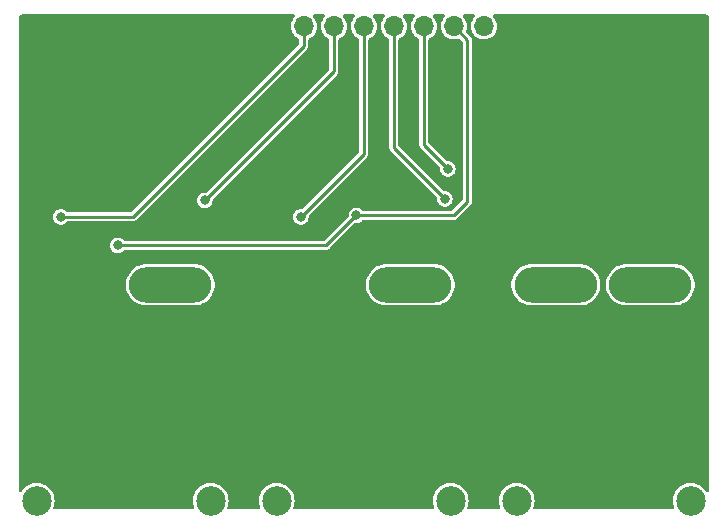
<source format=gbr>
%TF.GenerationSoftware,KiCad,Pcbnew,6.0.2+dfsg-1*%
%TF.CreationDate,2023-02-04T23:29:27-05:00*%
%TF.ProjectId,ups-test,7570732d-7465-4737-942e-6b696361645f,rev?*%
%TF.SameCoordinates,Original*%
%TF.FileFunction,Copper,L2,Bot*%
%TF.FilePolarity,Positive*%
%FSLAX46Y46*%
G04 Gerber Fmt 4.6, Leading zero omitted, Abs format (unit mm)*
G04 Created by KiCad (PCBNEW 6.0.2+dfsg-1) date 2023-02-04 23:29:27*
%MOMM*%
%LPD*%
G01*
G04 APERTURE LIST*
%TA.AperFunction,ComponentPad*%
%ADD10R,1.700000X1.700000*%
%TD*%
%TA.AperFunction,ComponentPad*%
%ADD11O,1.700000X1.700000*%
%TD*%
%TA.AperFunction,ComponentPad*%
%ADD12C,2.500000*%
%TD*%
%TA.AperFunction,ComponentPad*%
%ADD13O,7.000000X3.000000*%
%TD*%
%TA.AperFunction,ViaPad*%
%ADD14C,0.800000*%
%TD*%
%TA.AperFunction,Conductor*%
%ADD15C,0.250000*%
%TD*%
G04 APERTURE END LIST*
D10*
%TO.P,J4,1,Pin_1*%
%TO.N,GND*%
X93995000Y-25146000D03*
D11*
%TO.P,J4,2,Pin_2*%
%TO.N,SENSE_PS*%
X96535000Y-25146000D03*
%TO.P,J4,3,Pin_3*%
%TO.N,PS_VOLTAGE*%
X99075000Y-25146000D03*
%TO.P,J4,4,Pin_4*%
%TO.N,SENSE_BATT*%
X101615000Y-25146000D03*
%TO.P,J4,5,Pin_5*%
%TO.N,BATTERY_VOLTAGE*%
X104155000Y-25146000D03*
%TO.P,J4,6,Pin_6*%
%TO.N,LOAD_TRIGGER*%
X106695000Y-25146000D03*
%TO.P,J4,7,Pin_7*%
%TO.N,+3V3*%
X109235000Y-25146000D03*
%TO.P,J4,8,Pin_8*%
%TO.N,OUT*%
X111775000Y-25146000D03*
%TD*%
D12*
%TO.P,J2,*%
%TO.N,*%
X94234000Y-65306000D03*
X108966000Y-65306000D03*
D13*
%TO.P,J2,1,+*%
%TO.N,+BATT*%
X105537000Y-47018000D03*
%TO.P,J2,2,-*%
%TO.N,GND*%
X97536000Y-47018000D03*
%TD*%
D12*
%TO.P,J3,*%
%TO.N,*%
X129286000Y-65306000D03*
X114554000Y-65306000D03*
D13*
%TO.P,J3,1,+*%
%TO.N,OUT*%
X125857000Y-47018000D03*
%TO.P,J3,2,-*%
%TO.N,LOAD_OUT*%
X117856000Y-47018000D03*
%TD*%
D12*
%TO.P,J1,*%
%TO.N,*%
X88646000Y-65306000D03*
X73914000Y-65306000D03*
D13*
%TO.P,J1,1,+*%
%TO.N,+12V*%
X85217000Y-47018000D03*
%TO.P,J1,2,-*%
%TO.N,GND*%
X77216000Y-47018000D03*
%TD*%
D14*
%TO.N,GND*%
X80645000Y-40005000D03*
%TO.N,+3V3*%
X80772000Y-43688000D03*
X100965000Y-41148000D03*
%TO.N,GND*%
X112395000Y-45593000D03*
X110617000Y-42164000D03*
X111506000Y-45593000D03*
X112395000Y-42164000D03*
X110617000Y-46482000D03*
X111506000Y-46482000D03*
X110617000Y-45593000D03*
X112395000Y-46482000D03*
X111506000Y-44704000D03*
X110617000Y-44704000D03*
X98298000Y-37338000D03*
X111506000Y-42164000D03*
X112395000Y-44704000D03*
%TO.N,SENSE_PS*%
X75946000Y-41275000D03*
%TO.N,SENSE_BATT*%
X96266000Y-41275000D03*
%TO.N,BATTERY_VOLTAGE*%
X108458000Y-39751000D03*
%TO.N,PS_VOLTAGE*%
X88138000Y-39878000D03*
%TO.N,LOAD_TRIGGER*%
X108712000Y-37211000D03*
%TD*%
D15*
%TO.N,+3V3*%
X100965000Y-41148000D02*
X109220000Y-41148000D01*
X109220000Y-41148000D02*
X110363000Y-40005000D01*
X110363000Y-40005000D02*
X110363000Y-26274000D01*
X110363000Y-26274000D02*
X109235000Y-25146000D01*
X80772000Y-43688000D02*
X98425000Y-43688000D01*
X98425000Y-43688000D02*
X100965000Y-41148000D01*
%TO.N,SENSE_PS*%
X75946000Y-41275000D02*
X82042000Y-41275000D01*
X96520000Y-26797000D02*
X96520000Y-25146000D01*
X82042000Y-41275000D02*
X96520000Y-26797000D01*
%TO.N,SENSE_BATT*%
X96266000Y-41275000D02*
X101600000Y-35941000D01*
X101600000Y-35941000D02*
X101600000Y-25146000D01*
%TO.N,BATTERY_VOLTAGE*%
X104140000Y-35433000D02*
X104140000Y-25146000D01*
X108458000Y-39751000D02*
X104140000Y-35433000D01*
%TO.N,PS_VOLTAGE*%
X88138000Y-39878000D02*
X99060000Y-28956000D01*
X99060000Y-28956000D02*
X99060000Y-25146000D01*
%TO.N,LOAD_TRIGGER*%
X106680000Y-35179000D02*
X106680000Y-25146000D01*
X108712000Y-37211000D02*
X106680000Y-35179000D01*
%TD*%
%TA.AperFunction,Conductor*%
%TO.N,GND*%
G36*
X95751608Y-24150002D02*
G01*
X95798101Y-24203658D01*
X95808205Y-24273932D01*
X95778711Y-24338512D01*
X95766565Y-24350732D01*
X95730392Y-24382455D01*
X95604720Y-24541869D01*
X95602031Y-24546980D01*
X95602029Y-24546983D01*
X95589073Y-24571609D01*
X95510203Y-24721515D01*
X95450007Y-24915378D01*
X95426148Y-25116964D01*
X95439424Y-25319522D01*
X95440845Y-25325118D01*
X95440846Y-25325123D01*
X95462508Y-25410414D01*
X95489392Y-25516269D01*
X95491809Y-25521512D01*
X95529010Y-25602208D01*
X95574377Y-25700616D01*
X95691533Y-25866389D01*
X95836938Y-26008035D01*
X95841742Y-26011245D01*
X95879138Y-26036232D01*
X96005720Y-26120812D01*
X96011020Y-26123089D01*
X96011029Y-26123094D01*
X96064237Y-26145953D01*
X96118930Y-26191221D01*
X96140500Y-26261721D01*
X96140500Y-26587616D01*
X96120498Y-26655737D01*
X96103595Y-26676711D01*
X81921711Y-40858595D01*
X81859399Y-40892621D01*
X81832616Y-40895500D01*
X76545682Y-40895500D01*
X76477561Y-40875498D01*
X76451114Y-40849860D01*
X76449878Y-40850949D01*
X76444855Y-40845251D01*
X76440553Y-40838992D01*
X76430717Y-40830228D01*
X76361434Y-40768500D01*
X76322275Y-40733611D01*
X76314889Y-40729700D01*
X76188988Y-40663039D01*
X76188989Y-40663039D01*
X76182274Y-40659484D01*
X76028633Y-40620892D01*
X76021034Y-40620852D01*
X76021033Y-40620852D01*
X75955181Y-40620507D01*
X75870221Y-40620062D01*
X75862841Y-40621834D01*
X75862839Y-40621834D01*
X75723563Y-40655271D01*
X75723560Y-40655272D01*
X75716184Y-40657043D01*
X75575414Y-40729700D01*
X75456039Y-40833838D01*
X75364950Y-40963444D01*
X75307406Y-41111037D01*
X75306414Y-41118570D01*
X75306414Y-41118571D01*
X75300220Y-41165623D01*
X75286729Y-41268096D01*
X75290305Y-41300487D01*
X75302464Y-41410615D01*
X75304113Y-41425553D01*
X75306723Y-41432684D01*
X75306723Y-41432686D01*
X75345780Y-41539414D01*
X75358553Y-41574319D01*
X75362789Y-41580622D01*
X75362789Y-41580623D01*
X75411859Y-41653646D01*
X75446908Y-41705805D01*
X75452527Y-41710918D01*
X75452528Y-41710919D01*
X75554488Y-41803695D01*
X75564076Y-41812419D01*
X75703293Y-41888008D01*
X75856522Y-41928207D01*
X75940477Y-41929526D01*
X76007319Y-41930576D01*
X76007322Y-41930576D01*
X76014916Y-41930695D01*
X76169332Y-41895329D01*
X76239742Y-41859917D01*
X76304072Y-41827563D01*
X76304075Y-41827561D01*
X76310855Y-41824151D01*
X76316626Y-41819222D01*
X76316629Y-41819220D01*
X76425542Y-41726199D01*
X76425543Y-41726198D01*
X76431314Y-41721269D01*
X76441586Y-41706974D01*
X76497581Y-41663326D01*
X76543909Y-41654500D01*
X81988080Y-41654500D01*
X82012028Y-41657049D01*
X82013693Y-41657128D01*
X82023876Y-41659320D01*
X82034217Y-41658096D01*
X82057223Y-41655373D01*
X82063154Y-41655023D01*
X82063146Y-41654928D01*
X82068324Y-41654500D01*
X82073524Y-41654500D01*
X82078653Y-41653646D01*
X82078656Y-41653646D01*
X82092565Y-41651331D01*
X82098443Y-41650494D01*
X82139001Y-41645694D01*
X82139002Y-41645694D01*
X82149341Y-41644470D01*
X82157593Y-41640507D01*
X82166626Y-41639004D01*
X82175795Y-41634057D01*
X82175797Y-41634056D01*
X82211732Y-41614666D01*
X82217025Y-41611969D01*
X82256082Y-41593215D01*
X82256086Y-41593212D01*
X82263232Y-41589781D01*
X82267508Y-41586186D01*
X82269431Y-41584263D01*
X82271363Y-41582491D01*
X82271442Y-41582448D01*
X82271555Y-41582572D01*
X82272095Y-41582096D01*
X82277814Y-41579010D01*
X82314417Y-41539413D01*
X82317846Y-41535848D01*
X96750216Y-27103478D01*
X96768964Y-27088336D01*
X96770189Y-27087221D01*
X96778940Y-27081571D01*
X96785387Y-27073393D01*
X96785389Y-27073391D01*
X96799729Y-27055200D01*
X96803675Y-27050759D01*
X96803602Y-27050697D01*
X96806961Y-27046733D01*
X96810638Y-27043056D01*
X96821892Y-27027308D01*
X96825398Y-27022638D01*
X96857156Y-26982353D01*
X96860188Y-26973719D01*
X96865514Y-26966266D01*
X96880203Y-26917150D01*
X96882036Y-26911508D01*
X96896390Y-26870633D01*
X96896390Y-26870632D01*
X96899018Y-26863149D01*
X96899500Y-26857584D01*
X96899500Y-26854876D01*
X96899614Y-26852242D01*
X96899643Y-26852144D01*
X96899807Y-26852151D01*
X96899851Y-26851447D01*
X96901713Y-26845222D01*
X96899597Y-26791365D01*
X96899500Y-26786418D01*
X96899500Y-26279043D01*
X96919502Y-26210922D01*
X96973158Y-26164429D01*
X96975593Y-26163463D01*
X96980699Y-26161190D01*
X96986165Y-26159334D01*
X97010059Y-26145953D01*
X97089165Y-26101651D01*
X97163276Y-26060147D01*
X97172149Y-26052768D01*
X97314913Y-25934031D01*
X97319345Y-25930345D01*
X97449147Y-25774276D01*
X97548334Y-25597165D01*
X97550190Y-25591698D01*
X97550192Y-25591693D01*
X97611728Y-25410414D01*
X97611729Y-25410409D01*
X97613584Y-25404945D01*
X97614412Y-25399236D01*
X97614413Y-25399231D01*
X97642179Y-25207727D01*
X97642712Y-25204053D01*
X97644232Y-25146000D01*
X97625658Y-24943859D01*
X97624090Y-24938299D01*
X97572125Y-24754046D01*
X97572124Y-24754044D01*
X97570557Y-24748487D01*
X97559978Y-24727033D01*
X97483331Y-24571609D01*
X97480776Y-24566428D01*
X97359320Y-24403779D01*
X97324757Y-24371829D01*
X97299546Y-24348524D01*
X97263101Y-24287596D01*
X97265382Y-24216636D01*
X97305665Y-24158174D01*
X97371160Y-24130771D01*
X97385075Y-24130000D01*
X98223487Y-24130000D01*
X98291608Y-24150002D01*
X98338101Y-24203658D01*
X98348205Y-24273932D01*
X98318711Y-24338512D01*
X98306565Y-24350732D01*
X98270392Y-24382455D01*
X98144720Y-24541869D01*
X98142031Y-24546980D01*
X98142029Y-24546983D01*
X98129073Y-24571609D01*
X98050203Y-24721515D01*
X97990007Y-24915378D01*
X97966148Y-25116964D01*
X97979424Y-25319522D01*
X97980845Y-25325118D01*
X97980846Y-25325123D01*
X98002508Y-25410414D01*
X98029392Y-25516269D01*
X98031809Y-25521512D01*
X98069010Y-25602208D01*
X98114377Y-25700616D01*
X98231533Y-25866389D01*
X98376938Y-26008035D01*
X98381742Y-26011245D01*
X98419138Y-26036232D01*
X98545720Y-26120812D01*
X98551020Y-26123089D01*
X98551029Y-26123094D01*
X98604237Y-26145953D01*
X98658930Y-26191221D01*
X98680500Y-26261721D01*
X98680500Y-28746616D01*
X98660498Y-28814737D01*
X98643595Y-28835711D01*
X88292411Y-39186895D01*
X88230099Y-39220921D01*
X88202658Y-39223798D01*
X88062221Y-39223062D01*
X88054841Y-39224834D01*
X88054839Y-39224834D01*
X87915563Y-39258271D01*
X87915560Y-39258272D01*
X87908184Y-39260043D01*
X87767414Y-39332700D01*
X87648039Y-39436838D01*
X87556950Y-39566444D01*
X87499406Y-39714037D01*
X87498414Y-39721570D01*
X87498414Y-39721571D01*
X87492220Y-39768623D01*
X87478729Y-39871096D01*
X87485088Y-39928695D01*
X87492891Y-39999365D01*
X87496113Y-40028553D01*
X87498723Y-40035684D01*
X87498723Y-40035686D01*
X87530420Y-40122301D01*
X87550553Y-40177319D01*
X87554789Y-40183622D01*
X87554789Y-40183623D01*
X87620487Y-40281391D01*
X87638908Y-40308805D01*
X87644527Y-40313918D01*
X87644528Y-40313919D01*
X87746488Y-40406695D01*
X87756076Y-40415419D01*
X87895293Y-40491008D01*
X88048522Y-40531207D01*
X88132477Y-40532526D01*
X88199319Y-40533576D01*
X88199322Y-40533576D01*
X88206916Y-40533695D01*
X88361332Y-40498329D01*
X88431742Y-40462917D01*
X88496072Y-40430563D01*
X88496075Y-40430561D01*
X88502855Y-40427151D01*
X88508626Y-40422222D01*
X88508629Y-40422220D01*
X88617536Y-40329204D01*
X88617536Y-40329203D01*
X88623314Y-40324269D01*
X88715755Y-40195624D01*
X88774842Y-40048641D01*
X88797162Y-39891807D01*
X88797307Y-39878000D01*
X88791437Y-39829496D01*
X88803109Y-39759468D01*
X88827429Y-39725265D01*
X99290216Y-29262478D01*
X99308964Y-29247336D01*
X99310189Y-29246221D01*
X99318940Y-29240571D01*
X99325387Y-29232393D01*
X99325389Y-29232391D01*
X99339729Y-29214200D01*
X99343676Y-29209758D01*
X99343603Y-29209696D01*
X99346961Y-29205733D01*
X99350638Y-29202056D01*
X99353660Y-29197827D01*
X99361859Y-29186354D01*
X99365422Y-29181608D01*
X99390707Y-29149533D01*
X99397156Y-29141353D01*
X99400189Y-29132717D01*
X99405514Y-29125265D01*
X99420204Y-29076145D01*
X99422039Y-29070498D01*
X99436391Y-29029630D01*
X99436391Y-29029628D01*
X99439018Y-29022149D01*
X99439500Y-29016584D01*
X99439500Y-29013877D01*
X99439614Y-29011245D01*
X99439644Y-29011144D01*
X99439807Y-29011151D01*
X99439851Y-29010451D01*
X99441714Y-29004222D01*
X99439597Y-28950350D01*
X99439500Y-28945402D01*
X99439500Y-26279043D01*
X99459502Y-26210922D01*
X99513158Y-26164429D01*
X99515593Y-26163463D01*
X99520699Y-26161190D01*
X99526165Y-26159334D01*
X99550059Y-26145953D01*
X99629165Y-26101651D01*
X99703276Y-26060147D01*
X99712149Y-26052768D01*
X99854913Y-25934031D01*
X99859345Y-25930345D01*
X99989147Y-25774276D01*
X100088334Y-25597165D01*
X100090190Y-25591698D01*
X100090192Y-25591693D01*
X100151728Y-25410414D01*
X100151729Y-25410409D01*
X100153584Y-25404945D01*
X100154412Y-25399236D01*
X100154413Y-25399231D01*
X100182179Y-25207727D01*
X100182712Y-25204053D01*
X100184232Y-25146000D01*
X100165658Y-24943859D01*
X100164090Y-24938299D01*
X100112125Y-24754046D01*
X100112124Y-24754044D01*
X100110557Y-24748487D01*
X100099978Y-24727033D01*
X100023331Y-24571609D01*
X100020776Y-24566428D01*
X99899320Y-24403779D01*
X99864757Y-24371829D01*
X99839546Y-24348524D01*
X99803101Y-24287596D01*
X99805382Y-24216636D01*
X99845665Y-24158174D01*
X99911160Y-24130771D01*
X99925075Y-24130000D01*
X100763487Y-24130000D01*
X100831608Y-24150002D01*
X100878101Y-24203658D01*
X100888205Y-24273932D01*
X100858711Y-24338512D01*
X100846565Y-24350732D01*
X100810392Y-24382455D01*
X100684720Y-24541869D01*
X100682031Y-24546980D01*
X100682029Y-24546983D01*
X100669073Y-24571609D01*
X100590203Y-24721515D01*
X100530007Y-24915378D01*
X100506148Y-25116964D01*
X100519424Y-25319522D01*
X100520845Y-25325118D01*
X100520846Y-25325123D01*
X100542508Y-25410414D01*
X100569392Y-25516269D01*
X100571809Y-25521512D01*
X100609010Y-25602208D01*
X100654377Y-25700616D01*
X100771533Y-25866389D01*
X100916938Y-26008035D01*
X100921742Y-26011245D01*
X100959138Y-26036232D01*
X101085720Y-26120812D01*
X101091020Y-26123089D01*
X101091029Y-26123094D01*
X101144237Y-26145953D01*
X101198930Y-26191221D01*
X101220500Y-26261721D01*
X101220500Y-35731616D01*
X101200498Y-35799737D01*
X101183595Y-35820711D01*
X96420411Y-40583895D01*
X96358099Y-40617921D01*
X96330658Y-40620798D01*
X96190221Y-40620062D01*
X96182841Y-40621834D01*
X96182839Y-40621834D01*
X96043563Y-40655271D01*
X96043560Y-40655272D01*
X96036184Y-40657043D01*
X95895414Y-40729700D01*
X95776039Y-40833838D01*
X95684950Y-40963444D01*
X95627406Y-41111037D01*
X95626414Y-41118570D01*
X95626414Y-41118571D01*
X95620220Y-41165623D01*
X95606729Y-41268096D01*
X95610305Y-41300487D01*
X95622464Y-41410615D01*
X95624113Y-41425553D01*
X95626723Y-41432684D01*
X95626723Y-41432686D01*
X95665780Y-41539414D01*
X95678553Y-41574319D01*
X95682789Y-41580622D01*
X95682789Y-41580623D01*
X95731859Y-41653646D01*
X95766908Y-41705805D01*
X95772527Y-41710918D01*
X95772528Y-41710919D01*
X95874488Y-41803695D01*
X95884076Y-41812419D01*
X96023293Y-41888008D01*
X96176522Y-41928207D01*
X96260477Y-41929526D01*
X96327319Y-41930576D01*
X96327322Y-41930576D01*
X96334916Y-41930695D01*
X96489332Y-41895329D01*
X96559742Y-41859917D01*
X96624072Y-41827563D01*
X96624075Y-41827561D01*
X96630855Y-41824151D01*
X96636626Y-41819222D01*
X96636629Y-41819220D01*
X96745536Y-41726204D01*
X96745536Y-41726203D01*
X96751314Y-41721269D01*
X96843755Y-41592624D01*
X96902842Y-41445641D01*
X96925162Y-41288807D01*
X96925307Y-41275000D01*
X96919437Y-41226496D01*
X96931109Y-41156468D01*
X96955429Y-41122265D01*
X101830216Y-36247478D01*
X101848964Y-36232336D01*
X101850189Y-36231221D01*
X101858940Y-36225571D01*
X101865387Y-36217393D01*
X101865389Y-36217391D01*
X101879729Y-36199200D01*
X101883678Y-36194756D01*
X101883604Y-36194694D01*
X101886957Y-36190737D01*
X101890638Y-36187056D01*
X101901865Y-36171346D01*
X101905421Y-36166609D01*
X101930708Y-36134532D01*
X101937156Y-36126353D01*
X101940189Y-36117716D01*
X101945513Y-36110266D01*
X101960202Y-36061151D01*
X101962034Y-36055514D01*
X101976390Y-36014633D01*
X101976390Y-36014632D01*
X101979018Y-36007149D01*
X101979500Y-36001584D01*
X101979500Y-35998876D01*
X101979614Y-35996242D01*
X101979643Y-35996144D01*
X101979807Y-35996151D01*
X101979851Y-35995447D01*
X101981713Y-35989222D01*
X101979597Y-35935365D01*
X101979500Y-35930418D01*
X101979500Y-26279043D01*
X101999502Y-26210922D01*
X102053158Y-26164429D01*
X102055593Y-26163463D01*
X102060699Y-26161190D01*
X102066165Y-26159334D01*
X102090059Y-26145953D01*
X102169165Y-26101651D01*
X102243276Y-26060147D01*
X102252149Y-26052768D01*
X102394913Y-25934031D01*
X102399345Y-25930345D01*
X102529147Y-25774276D01*
X102628334Y-25597165D01*
X102630190Y-25591698D01*
X102630192Y-25591693D01*
X102691728Y-25410414D01*
X102691729Y-25410409D01*
X102693584Y-25404945D01*
X102694412Y-25399236D01*
X102694413Y-25399231D01*
X102722179Y-25207727D01*
X102722712Y-25204053D01*
X102724232Y-25146000D01*
X102705658Y-24943859D01*
X102704090Y-24938299D01*
X102652125Y-24754046D01*
X102652124Y-24754044D01*
X102650557Y-24748487D01*
X102639978Y-24727033D01*
X102563331Y-24571609D01*
X102560776Y-24566428D01*
X102439320Y-24403779D01*
X102404757Y-24371829D01*
X102379546Y-24348524D01*
X102343101Y-24287596D01*
X102345382Y-24216636D01*
X102385665Y-24158174D01*
X102451160Y-24130771D01*
X102465075Y-24130000D01*
X103303487Y-24130000D01*
X103371608Y-24150002D01*
X103418101Y-24203658D01*
X103428205Y-24273932D01*
X103398711Y-24338512D01*
X103386565Y-24350732D01*
X103350392Y-24382455D01*
X103224720Y-24541869D01*
X103222031Y-24546980D01*
X103222029Y-24546983D01*
X103209073Y-24571609D01*
X103130203Y-24721515D01*
X103070007Y-24915378D01*
X103046148Y-25116964D01*
X103059424Y-25319522D01*
X103060845Y-25325118D01*
X103060846Y-25325123D01*
X103082508Y-25410414D01*
X103109392Y-25516269D01*
X103111809Y-25521512D01*
X103149010Y-25602208D01*
X103194377Y-25700616D01*
X103311533Y-25866389D01*
X103456938Y-26008035D01*
X103461742Y-26011245D01*
X103499138Y-26036232D01*
X103625720Y-26120812D01*
X103631020Y-26123089D01*
X103631029Y-26123094D01*
X103684237Y-26145953D01*
X103738930Y-26191221D01*
X103760500Y-26261721D01*
X103760500Y-35379080D01*
X103757951Y-35403028D01*
X103757872Y-35404693D01*
X103755680Y-35414876D01*
X103756904Y-35425217D01*
X103759627Y-35448223D01*
X103759977Y-35454154D01*
X103760072Y-35454146D01*
X103760500Y-35459324D01*
X103760500Y-35464524D01*
X103761354Y-35469653D01*
X103761354Y-35469656D01*
X103763669Y-35483565D01*
X103764506Y-35489443D01*
X103770530Y-35540341D01*
X103774493Y-35548593D01*
X103775996Y-35557626D01*
X103780943Y-35566795D01*
X103780944Y-35566797D01*
X103800334Y-35602732D01*
X103803031Y-35608025D01*
X103821785Y-35647082D01*
X103821788Y-35647086D01*
X103825219Y-35654232D01*
X103828814Y-35658508D01*
X103830737Y-35660431D01*
X103832509Y-35662363D01*
X103832552Y-35662442D01*
X103832428Y-35662555D01*
X103832904Y-35663095D01*
X103835990Y-35668814D01*
X103843635Y-35675881D01*
X103875586Y-35705416D01*
X103879152Y-35708846D01*
X107768249Y-39597943D01*
X107802275Y-39660255D01*
X107804076Y-39703482D01*
X107798729Y-39744096D01*
X107804417Y-39795616D01*
X107814582Y-39887682D01*
X107816113Y-39901553D01*
X107818723Y-39908684D01*
X107818723Y-39908686D01*
X107867808Y-40042817D01*
X107870553Y-40050319D01*
X107874789Y-40056622D01*
X107874789Y-40056623D01*
X107951100Y-40170185D01*
X107958908Y-40181805D01*
X107964527Y-40186918D01*
X107964528Y-40186919D01*
X108068352Y-40281391D01*
X108076076Y-40288419D01*
X108215293Y-40364008D01*
X108368522Y-40404207D01*
X108452477Y-40405526D01*
X108519319Y-40406576D01*
X108519322Y-40406576D01*
X108526916Y-40406695D01*
X108681332Y-40371329D01*
X108765089Y-40329204D01*
X108816072Y-40303563D01*
X108816075Y-40303561D01*
X108822855Y-40300151D01*
X108828626Y-40295222D01*
X108828629Y-40295220D01*
X108937536Y-40202204D01*
X108937536Y-40202203D01*
X108943314Y-40197269D01*
X109035755Y-40068624D01*
X109094842Y-39921641D01*
X109105350Y-39847806D01*
X109116581Y-39768891D01*
X109116581Y-39768888D01*
X109117162Y-39764807D01*
X109117307Y-39751000D01*
X109115561Y-39736567D01*
X109099188Y-39601273D01*
X109098276Y-39593733D01*
X109042280Y-39445546D01*
X108968152Y-39337689D01*
X108956855Y-39321251D01*
X108956854Y-39321249D01*
X108952553Y-39314992D01*
X108834275Y-39209611D01*
X108694274Y-39135484D01*
X108540633Y-39096892D01*
X108533034Y-39096852D01*
X108533033Y-39096852D01*
X108472626Y-39096536D01*
X108391335Y-39096110D01*
X108323321Y-39075752D01*
X108302901Y-39059207D01*
X104556405Y-35312711D01*
X104522379Y-35250399D01*
X104519500Y-35223616D01*
X104519500Y-26279043D01*
X104539502Y-26210922D01*
X104593158Y-26164429D01*
X104595593Y-26163463D01*
X104600699Y-26161190D01*
X104606165Y-26159334D01*
X104630059Y-26145953D01*
X104709165Y-26101651D01*
X104783276Y-26060147D01*
X104792149Y-26052768D01*
X104934913Y-25934031D01*
X104939345Y-25930345D01*
X105069147Y-25774276D01*
X105168334Y-25597165D01*
X105170190Y-25591698D01*
X105170192Y-25591693D01*
X105231728Y-25410414D01*
X105231729Y-25410409D01*
X105233584Y-25404945D01*
X105234412Y-25399236D01*
X105234413Y-25399231D01*
X105262179Y-25207727D01*
X105262712Y-25204053D01*
X105264232Y-25146000D01*
X105245658Y-24943859D01*
X105244090Y-24938299D01*
X105192125Y-24754046D01*
X105192124Y-24754044D01*
X105190557Y-24748487D01*
X105179978Y-24727033D01*
X105103331Y-24571609D01*
X105100776Y-24566428D01*
X104979320Y-24403779D01*
X104944757Y-24371829D01*
X104919546Y-24348524D01*
X104883101Y-24287596D01*
X104885382Y-24216636D01*
X104925665Y-24158174D01*
X104991160Y-24130771D01*
X105005075Y-24130000D01*
X105843487Y-24130000D01*
X105911608Y-24150002D01*
X105958101Y-24203658D01*
X105968205Y-24273932D01*
X105938711Y-24338512D01*
X105926565Y-24350732D01*
X105890392Y-24382455D01*
X105764720Y-24541869D01*
X105762031Y-24546980D01*
X105762029Y-24546983D01*
X105749073Y-24571609D01*
X105670203Y-24721515D01*
X105610007Y-24915378D01*
X105586148Y-25116964D01*
X105599424Y-25319522D01*
X105600845Y-25325118D01*
X105600846Y-25325123D01*
X105622508Y-25410414D01*
X105649392Y-25516269D01*
X105651809Y-25521512D01*
X105689010Y-25602208D01*
X105734377Y-25700616D01*
X105851533Y-25866389D01*
X105996938Y-26008035D01*
X106001742Y-26011245D01*
X106039138Y-26036232D01*
X106165720Y-26120812D01*
X106171020Y-26123089D01*
X106171029Y-26123094D01*
X106224237Y-26145953D01*
X106278930Y-26191221D01*
X106300500Y-26261721D01*
X106300500Y-35125080D01*
X106297951Y-35149028D01*
X106297872Y-35150693D01*
X106295680Y-35160876D01*
X106296904Y-35171217D01*
X106299627Y-35194223D01*
X106299977Y-35200154D01*
X106300072Y-35200146D01*
X106300500Y-35205324D01*
X106300500Y-35210524D01*
X106301354Y-35215653D01*
X106301354Y-35215656D01*
X106303669Y-35229565D01*
X106304506Y-35235443D01*
X106310530Y-35286341D01*
X106314493Y-35294593D01*
X106315996Y-35303626D01*
X106320943Y-35312795D01*
X106320944Y-35312797D01*
X106340334Y-35348732D01*
X106343031Y-35354025D01*
X106361785Y-35393082D01*
X106361788Y-35393086D01*
X106365219Y-35400232D01*
X106368814Y-35404508D01*
X106370737Y-35406431D01*
X106372509Y-35408363D01*
X106372552Y-35408442D01*
X106372428Y-35408555D01*
X106372904Y-35409095D01*
X106375990Y-35414814D01*
X106383635Y-35421881D01*
X106415586Y-35451416D01*
X106419152Y-35454846D01*
X108022249Y-37057943D01*
X108056275Y-37120255D01*
X108058076Y-37163482D01*
X108052729Y-37204096D01*
X108070113Y-37361553D01*
X108124553Y-37510319D01*
X108212908Y-37641805D01*
X108218527Y-37646918D01*
X108218528Y-37646919D01*
X108229903Y-37657269D01*
X108330076Y-37748419D01*
X108469293Y-37824008D01*
X108622522Y-37864207D01*
X108706477Y-37865526D01*
X108773319Y-37866576D01*
X108773322Y-37866576D01*
X108780916Y-37866695D01*
X108935332Y-37831329D01*
X109005742Y-37795917D01*
X109070072Y-37763563D01*
X109070075Y-37763561D01*
X109076855Y-37760151D01*
X109082626Y-37755222D01*
X109082629Y-37755220D01*
X109191536Y-37662204D01*
X109191536Y-37662203D01*
X109197314Y-37657269D01*
X109289755Y-37528624D01*
X109348842Y-37381641D01*
X109371162Y-37224807D01*
X109371307Y-37211000D01*
X109369561Y-37196567D01*
X109353188Y-37061273D01*
X109352276Y-37053733D01*
X109296280Y-36905546D01*
X109206553Y-36774992D01*
X109088275Y-36669611D01*
X108948274Y-36595484D01*
X108794633Y-36556892D01*
X108787034Y-36556852D01*
X108787033Y-36556852D01*
X108726626Y-36556536D01*
X108645335Y-36556110D01*
X108577321Y-36535752D01*
X108556901Y-36519207D01*
X107096405Y-35058711D01*
X107062379Y-34996399D01*
X107059500Y-34969616D01*
X107059500Y-26279043D01*
X107079502Y-26210922D01*
X107133158Y-26164429D01*
X107135593Y-26163463D01*
X107140699Y-26161190D01*
X107146165Y-26159334D01*
X107170059Y-26145953D01*
X107249165Y-26101651D01*
X107323276Y-26060147D01*
X107332149Y-26052768D01*
X107474913Y-25934031D01*
X107479345Y-25930345D01*
X107609147Y-25774276D01*
X107708334Y-25597165D01*
X107710190Y-25591698D01*
X107710192Y-25591693D01*
X107771728Y-25410414D01*
X107771729Y-25410409D01*
X107773584Y-25404945D01*
X107774412Y-25399236D01*
X107774413Y-25399231D01*
X107802179Y-25207727D01*
X107802712Y-25204053D01*
X107804232Y-25146000D01*
X107785658Y-24943859D01*
X107784090Y-24938299D01*
X107732125Y-24754046D01*
X107732124Y-24754044D01*
X107730557Y-24748487D01*
X107719978Y-24727033D01*
X107643331Y-24571609D01*
X107640776Y-24566428D01*
X107519320Y-24403779D01*
X107484757Y-24371829D01*
X107459546Y-24348524D01*
X107423101Y-24287596D01*
X107425382Y-24216636D01*
X107465665Y-24158174D01*
X107531160Y-24130771D01*
X107545075Y-24130000D01*
X108383487Y-24130000D01*
X108451608Y-24150002D01*
X108498101Y-24203658D01*
X108508205Y-24273932D01*
X108478711Y-24338512D01*
X108466565Y-24350732D01*
X108430392Y-24382455D01*
X108304720Y-24541869D01*
X108302031Y-24546980D01*
X108302029Y-24546983D01*
X108289073Y-24571609D01*
X108210203Y-24721515D01*
X108150007Y-24915378D01*
X108126148Y-25116964D01*
X108139424Y-25319522D01*
X108140845Y-25325118D01*
X108140846Y-25325123D01*
X108162508Y-25410414D01*
X108189392Y-25516269D01*
X108191809Y-25521512D01*
X108229010Y-25602208D01*
X108274377Y-25700616D01*
X108391533Y-25866389D01*
X108536938Y-26008035D01*
X108541742Y-26011245D01*
X108579138Y-26036232D01*
X108705720Y-26120812D01*
X108711023Y-26123090D01*
X108711026Y-26123092D01*
X108886921Y-26198662D01*
X108892228Y-26200942D01*
X108965244Y-26217464D01*
X109084579Y-26244467D01*
X109084584Y-26244468D01*
X109090216Y-26245742D01*
X109095987Y-26245969D01*
X109095989Y-26245969D01*
X109155756Y-26248317D01*
X109293053Y-26253712D01*
X109405941Y-26237344D01*
X109488231Y-26225413D01*
X109488236Y-26225412D01*
X109493945Y-26224584D01*
X109505956Y-26220507D01*
X109592229Y-26191221D01*
X109630991Y-26178063D01*
X109701926Y-26175107D01*
X109760587Y-26208281D01*
X109946595Y-26394289D01*
X109980621Y-26456601D01*
X109983500Y-26483384D01*
X109983500Y-39795616D01*
X109963498Y-39863737D01*
X109946595Y-39884711D01*
X109099711Y-40731595D01*
X109037399Y-40765621D01*
X109010616Y-40768500D01*
X101564682Y-40768500D01*
X101496561Y-40748498D01*
X101470114Y-40722860D01*
X101468878Y-40723949D01*
X101463855Y-40718251D01*
X101459553Y-40711992D01*
X101341275Y-40606611D01*
X101333889Y-40602700D01*
X101207988Y-40536039D01*
X101207989Y-40536039D01*
X101201274Y-40532484D01*
X101047633Y-40493892D01*
X101040034Y-40493852D01*
X101040033Y-40493852D01*
X100974181Y-40493507D01*
X100889221Y-40493062D01*
X100881841Y-40494834D01*
X100881839Y-40494834D01*
X100742563Y-40528271D01*
X100742560Y-40528272D01*
X100735184Y-40530043D01*
X100594414Y-40602700D01*
X100475039Y-40706838D01*
X100383950Y-40836444D01*
X100326406Y-40984037D01*
X100305729Y-41141096D01*
X100306563Y-41148647D01*
X100311963Y-41197566D01*
X100299557Y-41267470D01*
X100275819Y-41300487D01*
X98304711Y-43271595D01*
X98242399Y-43305621D01*
X98215616Y-43308500D01*
X81371682Y-43308500D01*
X81303561Y-43288498D01*
X81277114Y-43262860D01*
X81275878Y-43263949D01*
X81270855Y-43258251D01*
X81266553Y-43251992D01*
X81148275Y-43146611D01*
X81140889Y-43142700D01*
X81014988Y-43076039D01*
X81014989Y-43076039D01*
X81008274Y-43072484D01*
X80854633Y-43033892D01*
X80847034Y-43033852D01*
X80847033Y-43033852D01*
X80781181Y-43033507D01*
X80696221Y-43033062D01*
X80688841Y-43034834D01*
X80688839Y-43034834D01*
X80549563Y-43068271D01*
X80549560Y-43068272D01*
X80542184Y-43070043D01*
X80401414Y-43142700D01*
X80282039Y-43246838D01*
X80190950Y-43376444D01*
X80133406Y-43524037D01*
X80112729Y-43681096D01*
X80130113Y-43838553D01*
X80132723Y-43845684D01*
X80132723Y-43845686D01*
X80171780Y-43952414D01*
X80184553Y-43987319D01*
X80188789Y-43993622D01*
X80188789Y-43993623D01*
X80237859Y-44066646D01*
X80272908Y-44118805D01*
X80278527Y-44123918D01*
X80278528Y-44123919D01*
X80289903Y-44134269D01*
X80390076Y-44225419D01*
X80529293Y-44301008D01*
X80682522Y-44341207D01*
X80766477Y-44342526D01*
X80833319Y-44343576D01*
X80833322Y-44343576D01*
X80840916Y-44343695D01*
X80995332Y-44308329D01*
X81065742Y-44272917D01*
X81130072Y-44240563D01*
X81130075Y-44240561D01*
X81136855Y-44237151D01*
X81142626Y-44232222D01*
X81142629Y-44232220D01*
X81251542Y-44139199D01*
X81251543Y-44139198D01*
X81257314Y-44134269D01*
X81267586Y-44119974D01*
X81323581Y-44076326D01*
X81369909Y-44067500D01*
X98371080Y-44067500D01*
X98395028Y-44070049D01*
X98396693Y-44070128D01*
X98406876Y-44072320D01*
X98417217Y-44071096D01*
X98440223Y-44068373D01*
X98446154Y-44068023D01*
X98446146Y-44067928D01*
X98451324Y-44067500D01*
X98456524Y-44067500D01*
X98461653Y-44066646D01*
X98461656Y-44066646D01*
X98475565Y-44064331D01*
X98481443Y-44063494D01*
X98522001Y-44058694D01*
X98522002Y-44058694D01*
X98532341Y-44057470D01*
X98540593Y-44053507D01*
X98549626Y-44052004D01*
X98558795Y-44047057D01*
X98558797Y-44047056D01*
X98594732Y-44027666D01*
X98600025Y-44024969D01*
X98639082Y-44006215D01*
X98639086Y-44006212D01*
X98646232Y-44002781D01*
X98650508Y-43999186D01*
X98652431Y-43997263D01*
X98654363Y-43995491D01*
X98654442Y-43995448D01*
X98654555Y-43995572D01*
X98655095Y-43995096D01*
X98660814Y-43992010D01*
X98697417Y-43952413D01*
X98700846Y-43948848D01*
X100811179Y-41838516D01*
X100873491Y-41804490D01*
X100902253Y-41801627D01*
X101026318Y-41803576D01*
X101026321Y-41803576D01*
X101033916Y-41803695D01*
X101188332Y-41768329D01*
X101272099Y-41726199D01*
X101323072Y-41700563D01*
X101323075Y-41700561D01*
X101329855Y-41697151D01*
X101335626Y-41692222D01*
X101335629Y-41692220D01*
X101444542Y-41599199D01*
X101444543Y-41599198D01*
X101450314Y-41594269D01*
X101460586Y-41579974D01*
X101516581Y-41536326D01*
X101562909Y-41527500D01*
X109166080Y-41527500D01*
X109190028Y-41530049D01*
X109191693Y-41530128D01*
X109201876Y-41532320D01*
X109212217Y-41531096D01*
X109235223Y-41528373D01*
X109241154Y-41528023D01*
X109241146Y-41527928D01*
X109246324Y-41527500D01*
X109251524Y-41527500D01*
X109256653Y-41526646D01*
X109256656Y-41526646D01*
X109270565Y-41524331D01*
X109276443Y-41523494D01*
X109317001Y-41518694D01*
X109317002Y-41518694D01*
X109327341Y-41517470D01*
X109335593Y-41513507D01*
X109344626Y-41512004D01*
X109353795Y-41507057D01*
X109353797Y-41507056D01*
X109389732Y-41487666D01*
X109395025Y-41484969D01*
X109434082Y-41466215D01*
X109434086Y-41466212D01*
X109441232Y-41462781D01*
X109445508Y-41459186D01*
X109447431Y-41457263D01*
X109449363Y-41455491D01*
X109449442Y-41455448D01*
X109449555Y-41455572D01*
X109450095Y-41455096D01*
X109455814Y-41452010D01*
X109492417Y-41412413D01*
X109495846Y-41408848D01*
X110593216Y-40311478D01*
X110611964Y-40296336D01*
X110613191Y-40295220D01*
X110621940Y-40289571D01*
X110628387Y-40281393D01*
X110628389Y-40281391D01*
X110642729Y-40263200D01*
X110646675Y-40258759D01*
X110646602Y-40258697D01*
X110649961Y-40254733D01*
X110653638Y-40251056D01*
X110664892Y-40235308D01*
X110668398Y-40230638D01*
X110700156Y-40190353D01*
X110703188Y-40181719D01*
X110708514Y-40174266D01*
X110723203Y-40125150D01*
X110725036Y-40119508D01*
X110739390Y-40078633D01*
X110739390Y-40078632D01*
X110742018Y-40071149D01*
X110742500Y-40065584D01*
X110742500Y-40062876D01*
X110742614Y-40060242D01*
X110742643Y-40060144D01*
X110742807Y-40060151D01*
X110742851Y-40059447D01*
X110744713Y-40053222D01*
X110742597Y-39999365D01*
X110742500Y-39994418D01*
X110742500Y-26327920D01*
X110745049Y-26303972D01*
X110745128Y-26302307D01*
X110747320Y-26292124D01*
X110743373Y-26258777D01*
X110743023Y-26252846D01*
X110742928Y-26252854D01*
X110742500Y-26247676D01*
X110742500Y-26242476D01*
X110739522Y-26224584D01*
X110739331Y-26223435D01*
X110738494Y-26217557D01*
X110733694Y-26176999D01*
X110733694Y-26176998D01*
X110732470Y-26166659D01*
X110728507Y-26158407D01*
X110727004Y-26149374D01*
X110702665Y-26104266D01*
X110699969Y-26098975D01*
X110681215Y-26059918D01*
X110681212Y-26059914D01*
X110677781Y-26052768D01*
X110674186Y-26048492D01*
X110672263Y-26046569D01*
X110670491Y-26044637D01*
X110670448Y-26044558D01*
X110670572Y-26044445D01*
X110670096Y-26043905D01*
X110667010Y-26038186D01*
X110627413Y-26001583D01*
X110623848Y-25998154D01*
X110297281Y-25671587D01*
X110263255Y-25609275D01*
X110267063Y-25541991D01*
X110275795Y-25516269D01*
X110313584Y-25404945D01*
X110314412Y-25399236D01*
X110314413Y-25399231D01*
X110342179Y-25207727D01*
X110342712Y-25204053D01*
X110344232Y-25146000D01*
X110325658Y-24943859D01*
X110324090Y-24938299D01*
X110272125Y-24754046D01*
X110272124Y-24754044D01*
X110270557Y-24748487D01*
X110259978Y-24727033D01*
X110183331Y-24571609D01*
X110180776Y-24566428D01*
X110059320Y-24403779D01*
X110024757Y-24371829D01*
X109999546Y-24348524D01*
X109963101Y-24287596D01*
X109965382Y-24216636D01*
X110005665Y-24158174D01*
X110071160Y-24130771D01*
X110085075Y-24130000D01*
X110923487Y-24130000D01*
X110991608Y-24150002D01*
X111038101Y-24203658D01*
X111048205Y-24273932D01*
X111018711Y-24338512D01*
X111006565Y-24350732D01*
X110970392Y-24382455D01*
X110844720Y-24541869D01*
X110842031Y-24546980D01*
X110842029Y-24546983D01*
X110829073Y-24571609D01*
X110750203Y-24721515D01*
X110690007Y-24915378D01*
X110666148Y-25116964D01*
X110679424Y-25319522D01*
X110680845Y-25325118D01*
X110680846Y-25325123D01*
X110702508Y-25410414D01*
X110729392Y-25516269D01*
X110731809Y-25521512D01*
X110769010Y-25602208D01*
X110814377Y-25700616D01*
X110931533Y-25866389D01*
X111076938Y-26008035D01*
X111081742Y-26011245D01*
X111119138Y-26036232D01*
X111245720Y-26120812D01*
X111251023Y-26123090D01*
X111251026Y-26123092D01*
X111426921Y-26198662D01*
X111432228Y-26200942D01*
X111505244Y-26217464D01*
X111624579Y-26244467D01*
X111624584Y-26244468D01*
X111630216Y-26245742D01*
X111635987Y-26245969D01*
X111635989Y-26245969D01*
X111695756Y-26248317D01*
X111833053Y-26253712D01*
X111945941Y-26237344D01*
X112028231Y-26225413D01*
X112028236Y-26225412D01*
X112033945Y-26224584D01*
X112039409Y-26222729D01*
X112039414Y-26222728D01*
X112220693Y-26161192D01*
X112220698Y-26161190D01*
X112226165Y-26159334D01*
X112250059Y-26145953D01*
X112329165Y-26101651D01*
X112403276Y-26060147D01*
X112412149Y-26052768D01*
X112554913Y-25934031D01*
X112559345Y-25930345D01*
X112689147Y-25774276D01*
X112788334Y-25597165D01*
X112790190Y-25591698D01*
X112790192Y-25591693D01*
X112851728Y-25410414D01*
X112851729Y-25410409D01*
X112853584Y-25404945D01*
X112854412Y-25399236D01*
X112854413Y-25399231D01*
X112882179Y-25207727D01*
X112882712Y-25204053D01*
X112884232Y-25146000D01*
X112865658Y-24943859D01*
X112864090Y-24938299D01*
X112812125Y-24754046D01*
X112812124Y-24754044D01*
X112810557Y-24748487D01*
X112799978Y-24727033D01*
X112723331Y-24571609D01*
X112720776Y-24566428D01*
X112599320Y-24403779D01*
X112564757Y-24371829D01*
X112539546Y-24348524D01*
X112503101Y-24287596D01*
X112505382Y-24216636D01*
X112545665Y-24158174D01*
X112611160Y-24130771D01*
X112625075Y-24130000D01*
X130543589Y-24130000D01*
X130568171Y-24132421D01*
X130628622Y-24144446D01*
X130674042Y-24163260D01*
X130714766Y-24190471D01*
X130749529Y-24225234D01*
X130776740Y-24265958D01*
X130795554Y-24311378D01*
X130807579Y-24371829D01*
X130810000Y-24396411D01*
X130810000Y-64466746D01*
X130789998Y-64534867D01*
X130736342Y-64581360D01*
X130666068Y-64591464D01*
X130601488Y-64561970D01*
X130576567Y-64532581D01*
X130536224Y-64466746D01*
X130506930Y-64418943D01*
X130353132Y-64238868D01*
X130173057Y-64085070D01*
X129971141Y-63961336D01*
X129966571Y-63959443D01*
X129966567Y-63959441D01*
X129756927Y-63872605D01*
X129756925Y-63872604D01*
X129752354Y-63870711D01*
X129672501Y-63851540D01*
X129526896Y-63816583D01*
X129526890Y-63816582D01*
X129522083Y-63815428D01*
X129286000Y-63796848D01*
X129049917Y-63815428D01*
X129045110Y-63816582D01*
X129045104Y-63816583D01*
X128899499Y-63851540D01*
X128819646Y-63870711D01*
X128815075Y-63872604D01*
X128815073Y-63872605D01*
X128605433Y-63959441D01*
X128605429Y-63959443D01*
X128600859Y-63961336D01*
X128398943Y-64085070D01*
X128218868Y-64238868D01*
X128065070Y-64418943D01*
X127941336Y-64620859D01*
X127850711Y-64839646D01*
X127795428Y-65069917D01*
X127776848Y-65306000D01*
X127795428Y-65542083D01*
X127850711Y-65772354D01*
X127852604Y-65776925D01*
X127852605Y-65776927D01*
X127889410Y-65865782D01*
X127896999Y-65936372D01*
X127865220Y-65999859D01*
X127804161Y-66036086D01*
X127773001Y-66040000D01*
X116066999Y-66040000D01*
X115998878Y-66019998D01*
X115952385Y-65966342D01*
X115942281Y-65896068D01*
X115950590Y-65865782D01*
X115987395Y-65776927D01*
X115987396Y-65776925D01*
X115989289Y-65772354D01*
X116044572Y-65542083D01*
X116063152Y-65306000D01*
X116044572Y-65069917D01*
X115989289Y-64839646D01*
X115898664Y-64620859D01*
X115774930Y-64418943D01*
X115621132Y-64238868D01*
X115441057Y-64085070D01*
X115239141Y-63961336D01*
X115234571Y-63959443D01*
X115234567Y-63959441D01*
X115024927Y-63872605D01*
X115024925Y-63872604D01*
X115020354Y-63870711D01*
X114940501Y-63851540D01*
X114794896Y-63816583D01*
X114794890Y-63816582D01*
X114790083Y-63815428D01*
X114554000Y-63796848D01*
X114317917Y-63815428D01*
X114313110Y-63816582D01*
X114313104Y-63816583D01*
X114167499Y-63851540D01*
X114087646Y-63870711D01*
X114083075Y-63872604D01*
X114083073Y-63872605D01*
X113873433Y-63959441D01*
X113873429Y-63959443D01*
X113868859Y-63961336D01*
X113666943Y-64085070D01*
X113486868Y-64238868D01*
X113333070Y-64418943D01*
X113209336Y-64620859D01*
X113118711Y-64839646D01*
X113063428Y-65069917D01*
X113044848Y-65306000D01*
X113063428Y-65542083D01*
X113118711Y-65772354D01*
X113120604Y-65776925D01*
X113120605Y-65776927D01*
X113157410Y-65865782D01*
X113164999Y-65936372D01*
X113133220Y-65999859D01*
X113072161Y-66036086D01*
X113041001Y-66040000D01*
X110478999Y-66040000D01*
X110410878Y-66019998D01*
X110364385Y-65966342D01*
X110354281Y-65896068D01*
X110362590Y-65865782D01*
X110399395Y-65776927D01*
X110399396Y-65776925D01*
X110401289Y-65772354D01*
X110456572Y-65542083D01*
X110475152Y-65306000D01*
X110456572Y-65069917D01*
X110401289Y-64839646D01*
X110310664Y-64620859D01*
X110186930Y-64418943D01*
X110033132Y-64238868D01*
X109853057Y-64085070D01*
X109651141Y-63961336D01*
X109646571Y-63959443D01*
X109646567Y-63959441D01*
X109436927Y-63872605D01*
X109436925Y-63872604D01*
X109432354Y-63870711D01*
X109352501Y-63851540D01*
X109206896Y-63816583D01*
X109206890Y-63816582D01*
X109202083Y-63815428D01*
X108966000Y-63796848D01*
X108729917Y-63815428D01*
X108725110Y-63816582D01*
X108725104Y-63816583D01*
X108579499Y-63851540D01*
X108499646Y-63870711D01*
X108495075Y-63872604D01*
X108495073Y-63872605D01*
X108285433Y-63959441D01*
X108285429Y-63959443D01*
X108280859Y-63961336D01*
X108078943Y-64085070D01*
X107898868Y-64238868D01*
X107745070Y-64418943D01*
X107621336Y-64620859D01*
X107530711Y-64839646D01*
X107475428Y-65069917D01*
X107456848Y-65306000D01*
X107475428Y-65542083D01*
X107530711Y-65772354D01*
X107532604Y-65776925D01*
X107532605Y-65776927D01*
X107569410Y-65865782D01*
X107576999Y-65936372D01*
X107545220Y-65999859D01*
X107484161Y-66036086D01*
X107453001Y-66040000D01*
X95746999Y-66040000D01*
X95678878Y-66019998D01*
X95632385Y-65966342D01*
X95622281Y-65896068D01*
X95630590Y-65865782D01*
X95667395Y-65776927D01*
X95667396Y-65776925D01*
X95669289Y-65772354D01*
X95724572Y-65542083D01*
X95743152Y-65306000D01*
X95724572Y-65069917D01*
X95669289Y-64839646D01*
X95578664Y-64620859D01*
X95454930Y-64418943D01*
X95301132Y-64238868D01*
X95121057Y-64085070D01*
X94919141Y-63961336D01*
X94914571Y-63959443D01*
X94914567Y-63959441D01*
X94704927Y-63872605D01*
X94704925Y-63872604D01*
X94700354Y-63870711D01*
X94620501Y-63851540D01*
X94474896Y-63816583D01*
X94474890Y-63816582D01*
X94470083Y-63815428D01*
X94234000Y-63796848D01*
X93997917Y-63815428D01*
X93993110Y-63816582D01*
X93993104Y-63816583D01*
X93847499Y-63851540D01*
X93767646Y-63870711D01*
X93763075Y-63872604D01*
X93763073Y-63872605D01*
X93553433Y-63959441D01*
X93553429Y-63959443D01*
X93548859Y-63961336D01*
X93346943Y-64085070D01*
X93166868Y-64238868D01*
X93013070Y-64418943D01*
X92889336Y-64620859D01*
X92798711Y-64839646D01*
X92743428Y-65069917D01*
X92724848Y-65306000D01*
X92743428Y-65542083D01*
X92798711Y-65772354D01*
X92800604Y-65776925D01*
X92800605Y-65776927D01*
X92837410Y-65865782D01*
X92844999Y-65936372D01*
X92813220Y-65999859D01*
X92752161Y-66036086D01*
X92721001Y-66040000D01*
X90158999Y-66040000D01*
X90090878Y-66019998D01*
X90044385Y-65966342D01*
X90034281Y-65896068D01*
X90042590Y-65865782D01*
X90079395Y-65776927D01*
X90079396Y-65776925D01*
X90081289Y-65772354D01*
X90136572Y-65542083D01*
X90155152Y-65306000D01*
X90136572Y-65069917D01*
X90081289Y-64839646D01*
X89990664Y-64620859D01*
X89866930Y-64418943D01*
X89713132Y-64238868D01*
X89533057Y-64085070D01*
X89331141Y-63961336D01*
X89326571Y-63959443D01*
X89326567Y-63959441D01*
X89116927Y-63872605D01*
X89116925Y-63872604D01*
X89112354Y-63870711D01*
X89032501Y-63851540D01*
X88886896Y-63816583D01*
X88886890Y-63816582D01*
X88882083Y-63815428D01*
X88646000Y-63796848D01*
X88409917Y-63815428D01*
X88405110Y-63816582D01*
X88405104Y-63816583D01*
X88259499Y-63851540D01*
X88179646Y-63870711D01*
X88175075Y-63872604D01*
X88175073Y-63872605D01*
X87965433Y-63959441D01*
X87965429Y-63959443D01*
X87960859Y-63961336D01*
X87758943Y-64085070D01*
X87578868Y-64238868D01*
X87425070Y-64418943D01*
X87301336Y-64620859D01*
X87210711Y-64839646D01*
X87155428Y-65069917D01*
X87136848Y-65306000D01*
X87155428Y-65542083D01*
X87210711Y-65772354D01*
X87212604Y-65776925D01*
X87212605Y-65776927D01*
X87249410Y-65865782D01*
X87256999Y-65936372D01*
X87225220Y-65999859D01*
X87164161Y-66036086D01*
X87133001Y-66040000D01*
X75426999Y-66040000D01*
X75358878Y-66019998D01*
X75312385Y-65966342D01*
X75302281Y-65896068D01*
X75310590Y-65865782D01*
X75347395Y-65776927D01*
X75347396Y-65776925D01*
X75349289Y-65772354D01*
X75404572Y-65542083D01*
X75423152Y-65306000D01*
X75404572Y-65069917D01*
X75349289Y-64839646D01*
X75258664Y-64620859D01*
X75134930Y-64418943D01*
X74981132Y-64238868D01*
X74801057Y-64085070D01*
X74599141Y-63961336D01*
X74594571Y-63959443D01*
X74594567Y-63959441D01*
X74384927Y-63872605D01*
X74384925Y-63872604D01*
X74380354Y-63870711D01*
X74300501Y-63851540D01*
X74154896Y-63816583D01*
X74154890Y-63816582D01*
X74150083Y-63815428D01*
X73914000Y-63796848D01*
X73677917Y-63815428D01*
X73673110Y-63816582D01*
X73673104Y-63816583D01*
X73527499Y-63851540D01*
X73447646Y-63870711D01*
X73443075Y-63872604D01*
X73443073Y-63872605D01*
X73233433Y-63959441D01*
X73233429Y-63959443D01*
X73228859Y-63961336D01*
X73026943Y-64085070D01*
X72846868Y-64238868D01*
X72693070Y-64418943D01*
X72663777Y-64466746D01*
X72623433Y-64532581D01*
X72570785Y-64580212D01*
X72500744Y-64591819D01*
X72435546Y-64563716D01*
X72395892Y-64504826D01*
X72390000Y-64466746D01*
X72390000Y-47125410D01*
X81460862Y-47125410D01*
X81496028Y-47383804D01*
X81569000Y-47634162D01*
X81678177Y-47870984D01*
X81680737Y-47874889D01*
X81680740Y-47874894D01*
X81818592Y-48085154D01*
X81818596Y-48085159D01*
X81821158Y-48089067D01*
X81994804Y-48283621D01*
X82195300Y-48450371D01*
X82418240Y-48585655D01*
X82422548Y-48587462D01*
X82422549Y-48587462D01*
X82654413Y-48684691D01*
X82654418Y-48684693D01*
X82658728Y-48686500D01*
X82663260Y-48687651D01*
X82663263Y-48687652D01*
X82788765Y-48719525D01*
X82911480Y-48750690D01*
X83128072Y-48772500D01*
X87283206Y-48772500D01*
X87285531Y-48772327D01*
X87285537Y-48772327D01*
X87472407Y-48758440D01*
X87472411Y-48758439D01*
X87477059Y-48758094D01*
X87731405Y-48700542D01*
X87974450Y-48606027D01*
X87978504Y-48603710D01*
X87978508Y-48603708D01*
X88069295Y-48551818D01*
X88200855Y-48476625D01*
X88405647Y-48315180D01*
X88584326Y-48125239D01*
X88732968Y-47910973D01*
X88750760Y-47874894D01*
X88846241Y-47681278D01*
X88846242Y-47681275D01*
X88848306Y-47677090D01*
X88863488Y-47629663D01*
X88926382Y-47433179D01*
X88927807Y-47428728D01*
X88934393Y-47388292D01*
X88968974Y-47175955D01*
X88969725Y-47171344D01*
X88970326Y-47125410D01*
X101780862Y-47125410D01*
X101816028Y-47383804D01*
X101889000Y-47634162D01*
X101998177Y-47870984D01*
X102000737Y-47874889D01*
X102000740Y-47874894D01*
X102138592Y-48085154D01*
X102138596Y-48085159D01*
X102141158Y-48089067D01*
X102314804Y-48283621D01*
X102515300Y-48450371D01*
X102738240Y-48585655D01*
X102742548Y-48587462D01*
X102742549Y-48587462D01*
X102974413Y-48684691D01*
X102974418Y-48684693D01*
X102978728Y-48686500D01*
X102983260Y-48687651D01*
X102983263Y-48687652D01*
X103108765Y-48719525D01*
X103231480Y-48750690D01*
X103448072Y-48772500D01*
X107603206Y-48772500D01*
X107605531Y-48772327D01*
X107605537Y-48772327D01*
X107792407Y-48758440D01*
X107792411Y-48758439D01*
X107797059Y-48758094D01*
X108051405Y-48700542D01*
X108294450Y-48606027D01*
X108298504Y-48603710D01*
X108298508Y-48603708D01*
X108389295Y-48551818D01*
X108520855Y-48476625D01*
X108725647Y-48315180D01*
X108904326Y-48125239D01*
X109052968Y-47910973D01*
X109070760Y-47874894D01*
X109166241Y-47681278D01*
X109166242Y-47681275D01*
X109168306Y-47677090D01*
X109183488Y-47629663D01*
X109246382Y-47433179D01*
X109247807Y-47428728D01*
X109254393Y-47388292D01*
X109288974Y-47175955D01*
X109289725Y-47171344D01*
X109290326Y-47125410D01*
X114099862Y-47125410D01*
X114135028Y-47383804D01*
X114208000Y-47634162D01*
X114317177Y-47870984D01*
X114319737Y-47874889D01*
X114319740Y-47874894D01*
X114457592Y-48085154D01*
X114457596Y-48085159D01*
X114460158Y-48089067D01*
X114633804Y-48283621D01*
X114834300Y-48450371D01*
X115057240Y-48585655D01*
X115061548Y-48587462D01*
X115061549Y-48587462D01*
X115293413Y-48684691D01*
X115293418Y-48684693D01*
X115297728Y-48686500D01*
X115302260Y-48687651D01*
X115302263Y-48687652D01*
X115427765Y-48719525D01*
X115550480Y-48750690D01*
X115767072Y-48772500D01*
X119922206Y-48772500D01*
X119924531Y-48772327D01*
X119924537Y-48772327D01*
X120111407Y-48758440D01*
X120111411Y-48758439D01*
X120116059Y-48758094D01*
X120370405Y-48700542D01*
X120613450Y-48606027D01*
X120617504Y-48603710D01*
X120617508Y-48603708D01*
X120708295Y-48551818D01*
X120839855Y-48476625D01*
X121044647Y-48315180D01*
X121223326Y-48125239D01*
X121371968Y-47910973D01*
X121389760Y-47874894D01*
X121485241Y-47681278D01*
X121485242Y-47681275D01*
X121487306Y-47677090D01*
X121502488Y-47629663D01*
X121565382Y-47433179D01*
X121566807Y-47428728D01*
X121573393Y-47388292D01*
X121607974Y-47175955D01*
X121608725Y-47171344D01*
X121609326Y-47125410D01*
X122100862Y-47125410D01*
X122136028Y-47383804D01*
X122209000Y-47634162D01*
X122318177Y-47870984D01*
X122320737Y-47874889D01*
X122320740Y-47874894D01*
X122458592Y-48085154D01*
X122458596Y-48085159D01*
X122461158Y-48089067D01*
X122634804Y-48283621D01*
X122835300Y-48450371D01*
X123058240Y-48585655D01*
X123062548Y-48587462D01*
X123062549Y-48587462D01*
X123294413Y-48684691D01*
X123294418Y-48684693D01*
X123298728Y-48686500D01*
X123303260Y-48687651D01*
X123303263Y-48687652D01*
X123428765Y-48719525D01*
X123551480Y-48750690D01*
X123768072Y-48772500D01*
X127923206Y-48772500D01*
X127925531Y-48772327D01*
X127925537Y-48772327D01*
X128112407Y-48758440D01*
X128112411Y-48758439D01*
X128117059Y-48758094D01*
X128371405Y-48700542D01*
X128614450Y-48606027D01*
X128618504Y-48603710D01*
X128618508Y-48603708D01*
X128709295Y-48551818D01*
X128840855Y-48476625D01*
X129045647Y-48315180D01*
X129224326Y-48125239D01*
X129372968Y-47910973D01*
X129390760Y-47874894D01*
X129486241Y-47681278D01*
X129486242Y-47681275D01*
X129488306Y-47677090D01*
X129503488Y-47629663D01*
X129566382Y-47433179D01*
X129567807Y-47428728D01*
X129574393Y-47388292D01*
X129608974Y-47175955D01*
X129609725Y-47171344D01*
X129613138Y-46910590D01*
X129577972Y-46652196D01*
X129505000Y-46401838D01*
X129395823Y-46165016D01*
X129393260Y-46161106D01*
X129255408Y-45950846D01*
X129255404Y-45950841D01*
X129252842Y-45946933D01*
X129079196Y-45752379D01*
X128878700Y-45585629D01*
X128655760Y-45450345D01*
X128651451Y-45448538D01*
X128419587Y-45351309D01*
X128419582Y-45351307D01*
X128415272Y-45349500D01*
X128410740Y-45348349D01*
X128410737Y-45348348D01*
X128285235Y-45316475D01*
X128162520Y-45285310D01*
X127945928Y-45263500D01*
X123790794Y-45263500D01*
X123788469Y-45263673D01*
X123788463Y-45263673D01*
X123601593Y-45277560D01*
X123601589Y-45277561D01*
X123596941Y-45277906D01*
X123342595Y-45335458D01*
X123099550Y-45429973D01*
X123095496Y-45432290D01*
X123095492Y-45432292D01*
X123059669Y-45452767D01*
X122873145Y-45559375D01*
X122668353Y-45720820D01*
X122489674Y-45910761D01*
X122341032Y-46125027D01*
X122338966Y-46129217D01*
X122338964Y-46129220D01*
X122321312Y-46165016D01*
X122225694Y-46358910D01*
X122224272Y-46363353D01*
X122224271Y-46363355D01*
X122193977Y-46457993D01*
X122146193Y-46607272D01*
X122145443Y-46611879D01*
X122145442Y-46611882D01*
X122138122Y-46656827D01*
X122104275Y-46864656D01*
X122100862Y-47125410D01*
X121609326Y-47125410D01*
X121612138Y-46910590D01*
X121576972Y-46652196D01*
X121504000Y-46401838D01*
X121394823Y-46165016D01*
X121392260Y-46161106D01*
X121254408Y-45950846D01*
X121254404Y-45950841D01*
X121251842Y-45946933D01*
X121078196Y-45752379D01*
X120877700Y-45585629D01*
X120654760Y-45450345D01*
X120650451Y-45448538D01*
X120418587Y-45351309D01*
X120418582Y-45351307D01*
X120414272Y-45349500D01*
X120409740Y-45348349D01*
X120409737Y-45348348D01*
X120284235Y-45316475D01*
X120161520Y-45285310D01*
X119944928Y-45263500D01*
X115789794Y-45263500D01*
X115787469Y-45263673D01*
X115787463Y-45263673D01*
X115600593Y-45277560D01*
X115600589Y-45277561D01*
X115595941Y-45277906D01*
X115341595Y-45335458D01*
X115098550Y-45429973D01*
X115094496Y-45432290D01*
X115094492Y-45432292D01*
X115058669Y-45452767D01*
X114872145Y-45559375D01*
X114667353Y-45720820D01*
X114488674Y-45910761D01*
X114340032Y-46125027D01*
X114337966Y-46129217D01*
X114337964Y-46129220D01*
X114320312Y-46165016D01*
X114224694Y-46358910D01*
X114223272Y-46363353D01*
X114223271Y-46363355D01*
X114192977Y-46457993D01*
X114145193Y-46607272D01*
X114144443Y-46611879D01*
X114144442Y-46611882D01*
X114137122Y-46656827D01*
X114103275Y-46864656D01*
X114099862Y-47125410D01*
X109290326Y-47125410D01*
X109293138Y-46910590D01*
X109257972Y-46652196D01*
X109185000Y-46401838D01*
X109075823Y-46165016D01*
X109073260Y-46161106D01*
X108935408Y-45950846D01*
X108935404Y-45950841D01*
X108932842Y-45946933D01*
X108759196Y-45752379D01*
X108558700Y-45585629D01*
X108335760Y-45450345D01*
X108331451Y-45448538D01*
X108099587Y-45351309D01*
X108099582Y-45351307D01*
X108095272Y-45349500D01*
X108090740Y-45348349D01*
X108090737Y-45348348D01*
X107965235Y-45316475D01*
X107842520Y-45285310D01*
X107625928Y-45263500D01*
X103470794Y-45263500D01*
X103468469Y-45263673D01*
X103468463Y-45263673D01*
X103281593Y-45277560D01*
X103281589Y-45277561D01*
X103276941Y-45277906D01*
X103022595Y-45335458D01*
X102779550Y-45429973D01*
X102775496Y-45432290D01*
X102775492Y-45432292D01*
X102739669Y-45452767D01*
X102553145Y-45559375D01*
X102348353Y-45720820D01*
X102169674Y-45910761D01*
X102021032Y-46125027D01*
X102018966Y-46129217D01*
X102018964Y-46129220D01*
X102001312Y-46165016D01*
X101905694Y-46358910D01*
X101904272Y-46363353D01*
X101904271Y-46363355D01*
X101873977Y-46457993D01*
X101826193Y-46607272D01*
X101825443Y-46611879D01*
X101825442Y-46611882D01*
X101818122Y-46656827D01*
X101784275Y-46864656D01*
X101780862Y-47125410D01*
X88970326Y-47125410D01*
X88973138Y-46910590D01*
X88937972Y-46652196D01*
X88865000Y-46401838D01*
X88755823Y-46165016D01*
X88753260Y-46161106D01*
X88615408Y-45950846D01*
X88615404Y-45950841D01*
X88612842Y-45946933D01*
X88439196Y-45752379D01*
X88238700Y-45585629D01*
X88015760Y-45450345D01*
X88011451Y-45448538D01*
X87779587Y-45351309D01*
X87779582Y-45351307D01*
X87775272Y-45349500D01*
X87770740Y-45348349D01*
X87770737Y-45348348D01*
X87645235Y-45316475D01*
X87522520Y-45285310D01*
X87305928Y-45263500D01*
X83150794Y-45263500D01*
X83148469Y-45263673D01*
X83148463Y-45263673D01*
X82961593Y-45277560D01*
X82961589Y-45277561D01*
X82956941Y-45277906D01*
X82702595Y-45335458D01*
X82459550Y-45429973D01*
X82455496Y-45432290D01*
X82455492Y-45432292D01*
X82419669Y-45452767D01*
X82233145Y-45559375D01*
X82028353Y-45720820D01*
X81849674Y-45910761D01*
X81701032Y-46125027D01*
X81698966Y-46129217D01*
X81698964Y-46129220D01*
X81681312Y-46165016D01*
X81585694Y-46358910D01*
X81584272Y-46363353D01*
X81584271Y-46363355D01*
X81553977Y-46457993D01*
X81506193Y-46607272D01*
X81505443Y-46611879D01*
X81505442Y-46611882D01*
X81498122Y-46656827D01*
X81464275Y-46864656D01*
X81460862Y-47125410D01*
X72390000Y-47125410D01*
X72390000Y-24396411D01*
X72392421Y-24371829D01*
X72404446Y-24311378D01*
X72423260Y-24265958D01*
X72450471Y-24225234D01*
X72485234Y-24190471D01*
X72525958Y-24163260D01*
X72571378Y-24144446D01*
X72631829Y-24132421D01*
X72656411Y-24130000D01*
X95683487Y-24130000D01*
X95751608Y-24150002D01*
G37*
%TD.AperFunction*%
%TD*%
M02*

</source>
